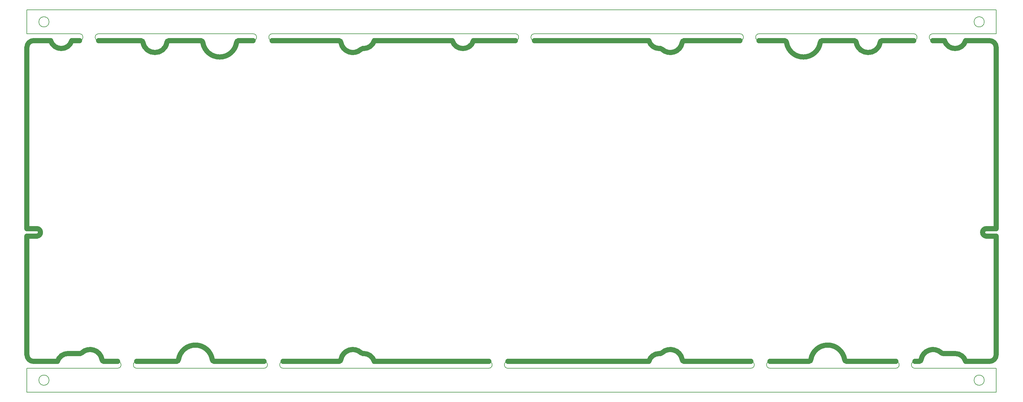
<source format=gbr>
%TF.GenerationSoftware,KiCad,Pcbnew,(5.1.11)-1*%
%TF.CreationDate,2022-10-09T01:58:47+07:00*%
%TF.ProjectId,Eclipse60,45636c69-7073-4653-9630-2e6b69636164,rev?*%
%TF.SameCoordinates,Original*%
%TF.FileFunction,Profile,NP*%
%FSLAX46Y46*%
G04 Gerber Fmt 4.6, Leading zero omitted, Abs format (unit mm)*
G04 Created by KiCad (PCBNEW (5.1.11)-1) date 2022-10-09 01:58:47*
%MOMM*%
%LPD*%
G01*
G04 APERTURE LIST*
%TA.AperFunction,Profile*%
%ADD10C,1.500000*%
%TD*%
%TA.AperFunction,Profile*%
%ADD11C,0.200000*%
%TD*%
%TA.AperFunction,Profile*%
%ADD12C,0.150000*%
%TD*%
G04 APERTURE END LIST*
D10*
X131141002Y-29100002D02*
X154044995Y-29100002D01*
X160277003Y-29100002D02*
G75*
G02*
X154044995Y-29100002I-3116004J925563D01*
G01*
X310907001Y-86499997D02*
G75*
G02*
X310907000Y-84300001I-8J1099998D01*
G01*
X313800006Y-86499998D02*
X310907001Y-86499997D01*
X310907000Y-84300001D02*
X313800006Y-84300001D01*
X304841006Y-29100003D02*
G75*
G02*
X298608996Y-29100002I-3116005J925564D01*
G01*
X272128001Y-29100002D02*
G75*
G02*
X272699000Y-29671001I-881J-571880D01*
G01*
X279699000Y-29671002D02*
G75*
G02*
X272699000Y-29671001I-3500000J626658D01*
G01*
X298608996Y-29100002D02*
X295149996Y-29099997D01*
X311800006Y-29100002D02*
X304841006Y-29100003D01*
X262133998Y-29671002D02*
G75*
G02*
X252215998Y-29671001I-4959000J770501D01*
G01*
X262133997Y-29671002D02*
G75*
G02*
X262704997Y-29100002I571880J-880D01*
G01*
X272128001Y-29100002D02*
X262704997Y-29100002D01*
X279699000Y-29671002D02*
G75*
G02*
X280269999Y-29100002I571880J-880D01*
G01*
X313800005Y-121300001D02*
X313800006Y-86499998D01*
X31993001Y-86499998D02*
X29099995Y-86499998D01*
X170349992Y-123299933D02*
X211758997Y-123300001D01*
X36058995Y-29100002D02*
X31099995Y-29100002D01*
X301724994Y-120974996D02*
G75*
G02*
X304841006Y-123300001I-1532J-3252623D01*
G01*
X214874999Y-120974996D02*
X215143000Y-120974996D01*
X44549996Y-29099997D02*
X42291004Y-29100003D01*
X313800006Y-84300001D02*
X313800006Y-31100001D01*
X298268000Y-120974996D02*
G75*
G02*
X297621997Y-120707998I-2701J908467D01*
G01*
X269834002Y-123300002D02*
G75*
G02*
X269278002Y-122744001I512J556512D01*
G01*
X215632000Y-120773000D02*
G75*
G02*
X221574999Y-122729002I2443145J-2583322D01*
G01*
X222145999Y-123300001D02*
X241749992Y-123299933D01*
X259360004Y-122744001D02*
G75*
G02*
X269278002Y-122744001I4958999J-771680D01*
G01*
X51722004Y-123300000D02*
G75*
G02*
X51150997Y-122729002I-833J570174D01*
G01*
X45184000Y-120794996D02*
G75*
G02*
X51150997Y-122729002I2466475J-2562179D01*
G01*
X38058994Y-123300000D02*
G75*
G02*
X41175007Y-120974996I3117544J-927619D01*
G01*
X84096004Y-123300001D02*
G75*
G02*
X83539997Y-122744001I517J556524D01*
G01*
X127755000Y-120974997D02*
G75*
G02*
X127270000Y-120774999I750J689889D01*
G01*
X73621997Y-122744001D02*
G75*
G02*
X83539997Y-122744001I4959000J-771680D01*
G01*
X259360003Y-122744001D02*
G75*
G02*
X258803996Y-123300001I-556524J524D01*
G01*
X45184001Y-120794997D02*
G75*
G02*
X44750004Y-120974996I-430254J424181D01*
G01*
X121325000Y-122729001D02*
G75*
G02*
X127270000Y-120774999I3499597J-626677D01*
G01*
X298268000Y-120974997D02*
X301724994Y-120974997D01*
X31099995Y-123300002D02*
X38058994Y-123300000D01*
X289899992Y-123299933D02*
X291177996Y-123300001D01*
X247349992Y-123299933D02*
X258803996Y-123300001D01*
X31993000Y-84300000D02*
G75*
G02*
X31993001Y-86499998I8J-1099999D01*
G01*
X29099995Y-31100001D02*
X29099995Y-84300001D01*
X29099995Y-31100001D02*
G75*
G02*
X31099995Y-29100002I2000725J-726D01*
G01*
X304841006Y-123300001D02*
X311800006Y-123300001D01*
X41175007Y-120974996D02*
X44750004Y-120974996D01*
X29099995Y-84300001D02*
X31993000Y-84300000D01*
X51722004Y-123300000D02*
X55749992Y-123299933D01*
X31099995Y-123300002D02*
G75*
G02*
X29099995Y-121300001I-981J1999019D01*
G01*
X84096004Y-123300001D02*
X98749992Y-123299933D01*
X29099995Y-86499998D02*
X29099995Y-121300001D01*
X42291003Y-29100002D02*
G75*
G02*
X36058995Y-29100002I-3116004J925563D01*
G01*
X73621997Y-122744000D02*
G75*
G02*
X73065998Y-123300001I-556511J510D01*
G01*
X127755000Y-120974997D02*
X128025001Y-120974997D01*
X211758997Y-123300001D02*
G75*
G02*
X214874999Y-120974996I3117524J-927591D01*
G01*
X291749004Y-122729002D02*
G75*
G02*
X291177996Y-123300001I-570175J-824D01*
G01*
X121325001Y-122729001D02*
G75*
G02*
X120754001Y-123300001I-570175J-825D01*
G01*
X311800006Y-29100002D02*
G75*
G02*
X313800006Y-31100001I-725J-2000725D01*
G01*
X313800005Y-121300001D02*
G75*
G02*
X311800006Y-123300001I-1999018J-982D01*
G01*
X128025001Y-120974997D02*
G75*
G02*
X131141002Y-123300001I-1522J-3252595D01*
G01*
X291749003Y-122729001D02*
G75*
G02*
X297621997Y-120707998I3500114J-627358D01*
G01*
X215631999Y-120772999D02*
G75*
G02*
X215143000Y-120974996I-487744J487854D01*
G01*
X222145999Y-123300001D02*
G75*
G02*
X221574999Y-122729002I-825J570175D01*
G01*
X131141002Y-123300001D02*
X164749992Y-123299933D01*
X269834002Y-123300002D02*
X284299992Y-123299933D01*
X61349992Y-123299933D02*
X73065998Y-123300001D01*
X104349992Y-123299933D02*
X120754001Y-123300001D01*
X62630000Y-29100002D02*
X50149996Y-29099997D01*
X251644999Y-29100003D02*
G75*
G02*
X252215998Y-29671001I-880J-571879D01*
G01*
X80195003Y-29100003D02*
G75*
G02*
X80766002Y-29671001I-880J-571879D01*
G01*
X211758998Y-29100002D02*
X178149996Y-29099997D01*
X221574999Y-29671001D02*
G75*
G02*
X222145999Y-29100002I571880J-881D01*
G01*
X70201000Y-29671002D02*
G75*
G02*
X70771999Y-29100002I571880J-880D01*
G01*
X127235000Y-31659001D02*
G75*
G02*
X121325001Y-29671001I-2410177J2613668D01*
G01*
X238549996Y-29099997D02*
X222145999Y-29100002D01*
X221574999Y-29671001D02*
G75*
G02*
X215642001Y-31638001I-3500071J625895D01*
G01*
X127235001Y-31659001D02*
G75*
G02*
X127799000Y-31425001I565427J-566132D01*
G01*
X215129000Y-31425000D02*
G75*
G02*
X215642001Y-31638001I-2442J-730151D01*
G01*
X90684001Y-29671001D02*
G75*
G02*
X91255001Y-29100002I571880J-881D01*
G01*
X128025001Y-31425001D02*
X127799000Y-31425001D01*
X120754001Y-29100002D02*
X101149996Y-29099997D01*
X80195003Y-29100003D02*
X70771999Y-29100002D01*
X62630000Y-29100002D02*
G75*
G02*
X63201000Y-29671001I-880J-571880D01*
G01*
X70201000Y-29671002D02*
G75*
G02*
X63201000Y-29671001I-3500000J626658D01*
G01*
X90684002Y-29671001D02*
G75*
G02*
X80766002Y-29671001I-4959000J770500D01*
G01*
X215129000Y-31425001D02*
X214874999Y-31425001D01*
X251644999Y-29100003D02*
X244149996Y-29099997D01*
X172549996Y-29099996D02*
X160277003Y-29100002D01*
X214874999Y-31425001D02*
G75*
G02*
X211758998Y-29100002I-899J3249352D01*
G01*
X120754001Y-29100002D02*
G75*
G02*
X121325001Y-29671001I-880J-571880D01*
G01*
X131141002Y-29100002D02*
G75*
G02*
X128025001Y-31425001I-3115102J924353D01*
G01*
X289549996Y-29099997D02*
X280269999Y-29100002D01*
X95549996Y-29099997D02*
X91255001Y-29100002D01*
D11*
X313799993Y-125299933D02*
X289899992Y-125299933D01*
X313799993Y-125299933D02*
X313799993Y-132299933D01*
X164749992Y-125299933D02*
X104349992Y-125299933D01*
X29099992Y-132299933D02*
X29099992Y-125299933D01*
X313799993Y-132299933D02*
X29099992Y-132299933D01*
X35599992Y-128799933D02*
G75*
G03*
X35599992Y-128799933I-1500000J0D01*
G01*
X98749992Y-125299933D02*
X61349992Y-125299933D01*
X241749992Y-125299933D02*
X170349992Y-125299933D01*
X29099992Y-125299933D02*
X55749992Y-125299933D01*
X247349992Y-125299933D02*
X284299992Y-125299933D01*
X310299993Y-128799933D02*
G75*
G03*
X310299993Y-128799933I-1500000J0D01*
G01*
X95549996Y-27099996D02*
X50149996Y-27099996D01*
X178149996Y-27099996D02*
X238549996Y-27099996D01*
X35599995Y-23599996D02*
G75*
G03*
X35599995Y-23599996I-1500000J0D01*
G01*
X29099995Y-20099996D02*
X313799996Y-20099996D01*
X29099995Y-27099996D02*
X44549996Y-27099996D01*
X244149996Y-27099996D02*
X289549996Y-27099996D01*
X310299996Y-23599996D02*
G75*
G03*
X310299996Y-23599996I-1500000J0D01*
G01*
X313799996Y-20099996D02*
X313799996Y-27099996D01*
X313799996Y-27099996D02*
X295149996Y-27099996D01*
X101149996Y-27099996D02*
X172549996Y-27099996D01*
X29099995Y-27099996D02*
X29099995Y-20099996D01*
D12*
%TO.C,mouse-bite-3mm-slot*%
X289899992Y-125299933D02*
G75*
G02*
X289899992Y-123299933I0J1000000D01*
G01*
X284299992Y-123299933D02*
G75*
G02*
X284299992Y-125299933I0J-1000000D01*
G01*
X170349992Y-125299933D02*
G75*
G02*
X170349992Y-123299933I0J1000000D01*
G01*
X164749992Y-123299933D02*
G75*
G02*
X164749992Y-125299933I0J-1000000D01*
G01*
X104349992Y-125299933D02*
G75*
G02*
X104349992Y-123299933I0J1000000D01*
G01*
X98749992Y-123299933D02*
G75*
G02*
X98749992Y-125299933I0J-1000000D01*
G01*
X247349992Y-125299933D02*
G75*
G02*
X247349992Y-123299933I0J1000000D01*
G01*
X241749992Y-123299933D02*
G75*
G02*
X241749992Y-125299933I0J-1000000D01*
G01*
X55749992Y-123299933D02*
G75*
G02*
X55749992Y-125299933I0J-1000000D01*
G01*
X61349992Y-125299933D02*
G75*
G02*
X61349992Y-123299933I0J1000000D01*
G01*
X238549996Y-27099996D02*
G75*
G02*
X238549996Y-29099996I0J-1000000D01*
G01*
X244149996Y-29099996D02*
G75*
G02*
X244149996Y-27099996I0J1000000D01*
G01*
X172549996Y-27099996D02*
G75*
G02*
X172549996Y-29099996I0J-1000000D01*
G01*
X178149996Y-29099996D02*
G75*
G02*
X178149996Y-27099996I0J1000000D01*
G01*
X44549996Y-27099996D02*
G75*
G02*
X44549996Y-29099996I0J-1000000D01*
G01*
X50149996Y-29099996D02*
G75*
G02*
X50149996Y-27099996I0J1000000D01*
G01*
X95549996Y-27099996D02*
G75*
G02*
X95549996Y-29099996I0J-1000000D01*
G01*
X101149996Y-29099996D02*
G75*
G02*
X101149996Y-27099996I0J1000000D01*
G01*
X295149996Y-29099996D02*
G75*
G02*
X295149996Y-27099996I0J1000000D01*
G01*
X289549996Y-27099996D02*
G75*
G02*
X289549996Y-29099996I0J-1000000D01*
G01*
%TD*%
M02*

</source>
